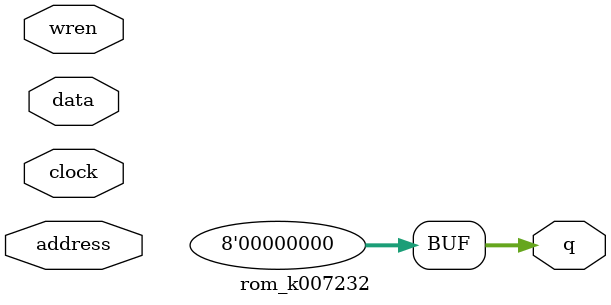
<source format=v>
module rom_k007232(	// file.cleaned.mlir:2:3
  input  [16:0] address,	// file.cleaned.mlir:2:29
  input         clock,	// file.cleaned.mlir:2:48
  input  [7:0]  data,	// file.cleaned.mlir:2:64
  input         wren,	// file.cleaned.mlir:2:79
  output [7:0]  q	// file.cleaned.mlir:2:95
);

  assign q = 8'h0;	// file.cleaned.mlir:3:14, :4:5
endmodule


</source>
